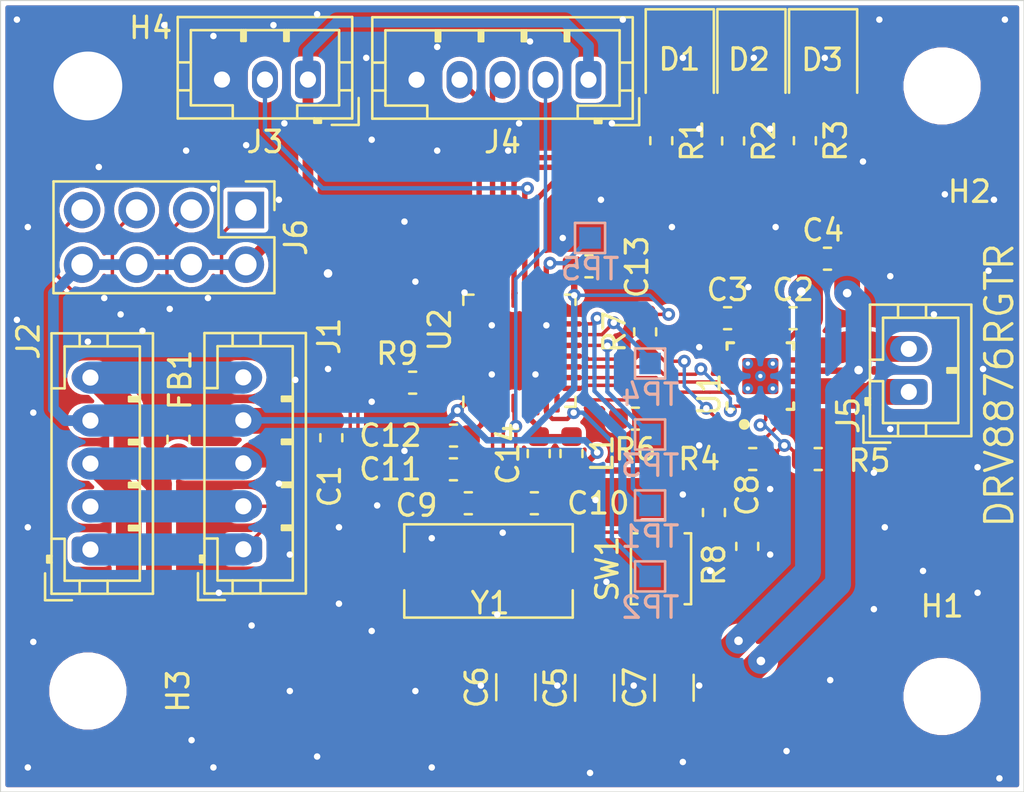
<source format=kicad_pcb>
(kicad_pcb (version 20171130) (host pcbnew "(5.1.6)-1")
  (title_block (title "G.I.S.Mo Dev Board") (date 2020-09-06) (rev 0.1) (company https://github.com/wandrade/gismo) (comment 1 "Werner Thomassen Andrade"))
  (layers (0 F.Cu signal) (31 B.Cu signal) (34 B.Paste user) (35 F.Paste user hide) (36 B.SilkS user) (37 F.SilkS user) (38 B.Mask user) (39 F.Mask user) (44 Edge.Cuts user))
  (net 0 "")
  (net 1 GNDPWR)
  (net 2 +3V3)
  (net 3 "Net-(C2-Pad2)")
  (net 4 "Net-(C3-Pad2)")
  (net 5 "Net-(C3-Pad1)")
  (net 6 GND)
  (net 7 /MCU/~RST)
  (net 8 "Net-(C9-Pad1)")
  (net 9 "Net-(C10-Pad1)")
  (net 10 "Net-(C14-Pad2)")
  (net 11 "Net-(D1-Pad2)")
  (net 12 "Net-(D2-Pad2)")
  (net 13 "Net-(D3-Pad2)")
  (net 14 /SCL)
  (net 15 /SDA)
  (net 16 VCC)
  (net 17 /MCU/PWM_IN)
  (net 18 "Net-(J4-Pad4)")
  (net 19 "Net-(J4-Pad3)")
  (net 20 /MCU/LED_R)
  (net 21 /MCU/LED_G)
  (net 22 /MCU/LED_B)
  (net 23 "Net-(R4-Pad1)")
  (net 24 /DRV/I_Sense)
  (net 25 /MCU/~FAULT)
  (net 26 "Net-(R9-Pad2)")
  (net 27 /DRV/Direction)
  (net 28 /DRV/MotPWM)
  (net 29 /MCU/~SLEEP)
  (net 30 "Net-(J5-Pad2)")
  (net 31 "Net-(J5-Pad1)")
  (net 32 /MCU/AD3)
  (net 33 /MCU/AD2)
  (net 34 /MCU/AD1)
  (net 35 /MCU/AD0)
  (net 36 "Net-(TP1-Pad1)")
  (net 37 "Net-(TP2-Pad1)")
  (net 38 "Net-(TP3-Pad1)")
  (net 39 "Net-(TP4-Pad1)")
  (net 40 "Net-(TP5-Pad1)")
  (module "TI DRV:Texas_Instruments-RGT0016C-0-0-MFG" (layer F.Cu) (at 157.2768 87.9602 90)
    (fp_text reference U1 (at -1.95 -2.375 90) (layer F.SilkS) (effects (justify left)))
    (fp_text value DRV8876RGTR (at -0.4318 11.1252 90) (layer F.SilkS) (effects (font (size 1.27 1.27))))
    (pad ~ thru_hole circle (at 0.58 -0.58 90) (size 0.5 0.5) (drill 0.2) (layers *.Cu))
    (pad ~ thru_hole circle (at -0.58 -0.58 90) (size 0.5 0.5) (drill 0.2) (layers *.Cu))
    (pad ~ thru_hole circle (at 0.58 0.58 90) (size 0.5 0.5) (drill 0.2) (layers *.Cu))
    (pad ~ thru_hole circle (at -0.58 0.58 90) (size 0.5 0.5) (drill 0.2) (layers *.Cu))
    (pad ~ thru_hole circle (at 0 0 90) (size 0.5 0.5) (drill 0.2) (layers *.Cu))
    (pad 17 smd roundrect (at 0 0 90) (size 1.68 1.68) (layers F.Cu F.Mask) (roundrect_rratio 0.0595238095))
    (pad 16 smd roundrect (at -0.749999 -1.400046 90) (size 0.24 0.6) (layers F.Cu F.Paste F.Mask) (roundrect_rratio 0.4166666667) (net 27 /DRV/Direction))
    (pad 15 smd roundrect (at -0.249999 -1.400046 90) (size 0.24 0.6) (layers F.Cu F.Paste F.Mask) (roundrect_rratio 0.4166666667) (net 28 /DRV/MotPWM))
    (pad 14 smd roundrect (at 0.25 -1.400046 90) (size 0.24 0.6) (layers F.Cu F.Paste F.Mask) (roundrect_rratio 0.4166666667) (net 6 GND))
    (pad 13 smd roundrect (at 0.75 -1.400046 90) (size 0.24 0.6) (layers F.Cu F.Paste F.Mask) (roundrect_rratio 0.4166666667) (net 6 GND))
    (pad 8 smd roundrect (at 0.75 1.400047 90) (size 0.24 0.6) (layers F.Cu F.Paste F.Mask) (roundrect_rratio 0.4166666667) (net 30 "Net-(J5-Pad2)"))
    (pad 7 smd roundrect (at 0.25 1.400047 90) (size 0.24 0.6) (layers F.Cu F.Paste F.Mask) (roundrect_rratio 0.4166666667) (net 1 GNDPWR))
    (pad 6 smd roundrect (at -0.249999 1.400047 90) (size 0.24 0.6) (layers F.Cu F.Paste F.Mask) (roundrect_rratio 0.4166666667) (net 31 "Net-(J5-Pad1)"))
    (pad 5 smd roundrect (at -0.749999 1.400047 90) (size 0.24 0.6) (layers F.Cu F.Paste F.Mask) (roundrect_rratio 0.4166666667) (net 6 GND))
    (pad 12 smd roundrect (at 1.400047 -0.749999 90) (size 0.6 0.24) (layers F.Cu F.Paste F.Mask) (roundrect_rratio 0.4166666667) (net 4 "Net-(C3-Pad2)"))
    (pad 11 smd roundrect (at 1.400047 -0.249999 90) (size 0.6 0.24) (layers F.Cu F.Paste F.Mask) (roundrect_rratio 0.4166666667) (net 5 "Net-(C3-Pad1)"))
    (pad 10 smd roundrect (at 1.400047 0.25 90) (size 0.6 0.24) (layers F.Cu F.Paste F.Mask) (roundrect_rratio 0.4166666667) (net 3 "Net-(C2-Pad2)"))
    (pad 9 smd roundrect (at 1.400047 0.75 90) (size 0.6 0.24) (layers F.Cu F.Paste F.Mask) (roundrect_rratio 0.4166666667) (net 16 VCC))
    (pad 4 smd roundrect (at -1.400046 0.75 90) (size 0.6 0.24) (layers F.Cu F.Paste F.Mask) (roundrect_rratio 0.4166666667) (net 24 /DRV/I_Sense))
    (pad 3 smd roundrect (at -1.400046 0.25 90) (size 0.6 0.24) (layers F.Cu F.Paste F.Mask) (roundrect_rratio 0.4166666667) (net 23 "Net-(R4-Pad1)"))
    (pad 2 smd roundrect (at -1.400046 -0.249999 90) (size 0.6 0.24) (layers F.Cu F.Paste F.Mask) (roundrect_rratio 0.4166666667) (net 25 /MCU/~FAULT))
    (pad 1 smd roundrect (at -1.400046 -0.749999 90) (size 0.6 0.24) (layers F.Cu F.Paste F.Mask) (roundrect_rratio 0.4166666667) (net 29 /MCU/~SLEEP))
  )
  (module TestPoint:TestPoint_Pad_1.0x1.0mm (layer B.Cu) (at 149.352 81.534)
    (fp_text reference TP5 (at 0 1.448) (layer B.SilkS) (effects (justify mirror)))
    (fp_text value PA8)
    (pad 1 smd rect (at 0 0) (size 1 1) (layers B.Cu B.Mask) (net 40 "Net-(TP5-Pad1)"))
  )
  (module TestPoint:TestPoint_Pad_1.0x1.0mm (layer B.Cu) (at 152.146 87.376)
    (fp_text reference TP4 (at 0 1.448) (layer B.SilkS) (effects (justify mirror)))
    (fp_text value PA7)
    (pad 1 smd rect (at 0 0) (size 1 1) (layers B.Cu B.Mask) (net 39 "Net-(TP4-Pad1)"))
  )
  (module TestPoint:TestPoint_Pad_1.0x1.0mm (layer B.Cu) (at 152.146 90.678)
    (fp_text reference TP3 (at 0 1.448) (layer B.SilkS) (effects (justify mirror)))
    (fp_text value PA6)
    (pad 1 smd rect (at 0 0) (size 1 1) (layers B.Cu B.Mask) (net 38 "Net-(TP3-Pad1)"))
  )
  (module TestPoint:TestPoint_Pad_1.0x1.0mm (layer B.Cu) (at 152.146 97.282)
    (fp_text reference TP2 (at 0 1.448) (layer B.SilkS) (effects (justify mirror)))
    (fp_text value PA0)
    (pad 1 smd rect (at 0 0) (size 1 1) (layers B.Cu B.Mask) (net 37 "Net-(TP2-Pad1)"))
  )
  (module TestPoint:TestPoint_Pad_1.0x1.0mm (layer B.Cu) (at 152.146 93.98)
    (fp_text reference TP1 (at 0 1.448) (layer B.SilkS) (effects (justify mirror)))
    (fp_text value PB0)
    (pad 1 smd rect (at 0 0) (size 1 1) (layers B.Cu B.Mask) (net 36 "Net-(TP1-Pad1)"))
  )
  (module Connector_PinHeader_2.54mm:PinHeader_2x04_P2.54mm_Vertical (layer F.Cu) (at 133.33476 80.23352 270)
    (fp_text reference J6 (at 1.27 -2.33 90) (layer F.SilkS))
    (fp_text value Conn_02x04_Odd_Even)
    (pad 1 thru_hole rect (at 0 0 270) (size 1.7 1.7) (drill 1) (layers *.Cu *.Mask) (net 35 /MCU/AD0))
    (pad 2 thru_hole oval (at 2.54 0 270) (size 1.7 1.7) (drill 1) (layers *.Cu *.Mask) (net 2 +3V3))
    (pad 3 thru_hole oval (at 0 2.54 270) (size 1.7 1.7) (drill 1) (layers *.Cu *.Mask) (net 34 /MCU/AD1))
    (pad 4 thru_hole oval (at 2.54 2.54 270) (size 1.7 1.7) (drill 1) (layers *.Cu *.Mask) (net 2 +3V3))
    (pad 5 thru_hole oval (at 0 5.08 270) (size 1.7 1.7) (drill 1) (layers *.Cu *.Mask) (net 33 /MCU/AD2))
    (pad 6 thru_hole oval (at 2.54 5.08 270) (size 1.7 1.7) (drill 1) (layers *.Cu *.Mask) (net 2 +3V3))
    (pad 7 thru_hole oval (at 0 7.62 270) (size 1.7 1.7) (drill 1) (layers *.Cu *.Mask) (net 32 /MCU/AD3))
    (pad 8 thru_hole oval (at 2.54 7.62 270) (size 1.7 1.7) (drill 1) (layers *.Cu *.Mask) (net 2 +3V3))
  )
  (module Connector_JST:JST_PH_B5B-PH-K_1x05_P2.00mm_Vertical (layer F.Cu) (at 133.21792 96.01962 90)
    (fp_text reference J1 (at 9.91362 3.99288 90) (layer F.SilkS))
    (fp_text value I2C)
    (pad 1 thru_hole roundrect (at 0 0 90) (size 1.2 1.75) (drill 0.75) (layers *.Cu *.Mask) (roundrect_rratio 0.208333) (net 15 /SDA))
    (pad 2 thru_hole oval (at 2 0 90) (size 1.2 1.75) (drill 0.75) (layers *.Cu *.Mask) (net 14 /SCL))
    (pad 3 thru_hole oval (at 4 0 90) (size 1.2 1.75) (drill 0.75) (layers *.Cu *.Mask) (net 1 GNDPWR))
    (pad 4 thru_hole oval (at 6 0 90) (size 1.2 1.75) (drill 0.75) (layers *.Cu *.Mask) (net 2 +3V3))
    (pad 5 thru_hole oval (at 8 0 90) (size 1.2 1.75) (drill 0.75) (layers *.Cu *.Mask) (net 16 VCC))
  )
  (module Package_DFN_QFN:QFN-32-1EP_5x5mm_P0.5mm_EP3.45x3.45mm (layer F.Cu) (at 146.06524 86.78164 90)
    (fp_text reference U2 (at 0.97028 -3.7084 90) (layer F.SilkS))
    (fp_text value STM32F302K8Ux)
    (pad 33 smd rect (at 0 0 90) (size 3.45 3.45) (layers F.Cu F.Mask) (net 6 GND))
    (pad 32 smd roundrect (at -1.75 -2.4375 90) (size 0.25 0.875) (layers F.Cu F.Paste F.Mask) (net 6 GND))
    (pad 31 smd roundrect (at -1.25 -2.4375 90) (size 0.25 0.875) (layers F.Cu F.Paste F.Mask) (net 26 "Net-(R9-Pad2)"))
    (pad 30 smd roundrect (at -0.75 -2.4375 90) (size 0.25 0.875) (layers F.Cu F.Paste F.Mask) (net 15 /SDA))
    (pad 29 smd roundrect (at -0.25 -2.4375 90) (size 0.25 0.875) (layers F.Cu F.Paste F.Mask) (net 14 /SCL))
    (pad 28 smd roundrect (at 0.25 -2.4375 90) (size 0.25 0.875) (layers F.Cu F.Paste F.Mask) (net 32 /MCU/AD3))
    (pad 27 smd roundrect (at 0.75 -2.4375 90) (size 0.25 0.875) (layers F.Cu F.Paste F.Mask) (net 33 /MCU/AD2))
    (pad 26 smd roundrect (at 1.25 -2.4375 90) (size 0.25 0.875) (layers F.Cu F.Paste F.Mask) (net 34 /MCU/AD1))
    (pad 25 smd roundrect (at 1.75 -2.4375 90) (size 0.25 0.875) (layers F.Cu F.Paste F.Mask) (net 35 /MCU/AD0))
    (pad 24 smd roundrect (at 2.4375 -1.75 90) (size 0.875 0.25) (layers F.Cu F.Paste F.Mask) (net 18 "Net-(J4-Pad4)"))
    (pad 23 smd roundrect (at 2.4375 -1.25 90) (size 0.875 0.25) (layers F.Cu F.Paste F.Mask) (net 19 "Net-(J4-Pad3)"))
    (pad 22 smd roundrect (at 2.4375 -0.75 90) (size 0.875 0.25) (layers F.Cu F.Paste F.Mask) (net 20 /MCU/LED_R))
    (pad 21 smd roundrect (at 2.4375 -0.25 90) (size 0.875 0.25) (layers F.Cu F.Paste F.Mask) (net 21 /MCU/LED_G))
    (pad 20 smd roundrect (at 2.4375 0.25 90) (size 0.875 0.25) (layers F.Cu F.Paste F.Mask) (net 17 /MCU/PWM_IN))
    (pad 19 smd roundrect (at 2.4375 0.75 90) (size 0.875 0.25) (layers F.Cu F.Paste F.Mask) (net 22 /MCU/LED_B))
    (pad 18 smd roundrect (at 2.4375 1.25 90) (size 0.875 0.25) (layers F.Cu F.Paste F.Mask) (net 40 "Net-(TP5-Pad1)"))
    (pad 17 smd roundrect (at 2.4375 1.75 90) (size 0.875 0.25) (layers F.Cu F.Paste F.Mask) (net 2 +3V3))
    (pad 16 smd roundrect (at 1.75 2.4375 90) (size 0.25 0.875) (layers F.Cu F.Paste F.Mask) (net 6 GND))
    (pad 15 smd roundrect (at 1.25 2.4375 90) (size 0.25 0.875) (layers F.Cu F.Paste F.Mask) (net 36 "Net-(TP1-Pad1)"))
    (pad 14 smd roundrect (at 0.75 2.4375 90) (size 0.25 0.875) (layers F.Cu F.Paste F.Mask) (net 39 "Net-(TP4-Pad1)"))
    (pad 13 smd roundrect (at 0.25 2.4375 90) (size 0.25 0.875) (layers F.Cu F.Paste F.Mask) (net 38 "Net-(TP3-Pad1)"))
    (pad 12 smd roundrect (at -0.25 2.4375 90) (size 0.25 0.875) (layers F.Cu F.Paste F.Mask) (net 25 /MCU/~FAULT))
    (pad 11 smd roundrect (at -0.75 2.4375 90) (size 0.25 0.875) (layers F.Cu F.Paste F.Mask) (net 29 /MCU/~SLEEP))
    (pad 10 smd roundrect (at -1.25 2.4375 90) (size 0.25 0.875) (layers F.Cu F.Paste F.Mask) (net 28 /DRV/MotPWM))
    (pad 9 smd roundrect (at -1.75 2.4375 90) (size 0.25 0.875) (layers F.Cu F.Paste F.Mask) (net 27 /DRV/Direction))
    (pad 8 smd roundrect (at -2.4375 1.75 90) (size 0.875 0.25) (layers F.Cu F.Paste F.Mask) (net 24 /DRV/I_Sense))
    (pad 7 smd roundrect (at -2.4375 1.25 90) (size 0.875 0.25) (layers F.Cu F.Paste F.Mask) (net 37 "Net-(TP2-Pad1)"))
    (pad 6 smd roundrect (at -2.4375 0.75 90) (size 0.875 0.25) (layers F.Cu F.Paste F.Mask) (net 6 GND))
    (pad 5 smd roundrect (at -2.4375 0.25 90) (size 0.875 0.25) (layers F.Cu F.Paste F.Mask) (net 10 "Net-(C14-Pad2)"))
    (pad 4 smd roundrect (at -2.4375 -0.25 90) (size 0.875 0.25) (layers F.Cu F.Paste F.Mask) (net 7 /MCU/~RST))
    (pad 3 smd roundrect (at -2.4375 -0.75 90) (size 0.875 0.25) (layers F.Cu F.Paste F.Mask) (net 9 "Net-(C10-Pad1)"))
    (pad 2 smd roundrect (at -2.4375 -1.25 90) (size 0.875 0.25) (layers F.Cu F.Paste F.Mask) (net 8 "Net-(C9-Pad1)"))
    (pad 1 smd roundrect (at -2.4375 -1.75 90) (size 0.875 0.25) (layers F.Cu F.Paste F.Mask) (net 2 +3V3))
  )
  (module Crystal:Crystal_SMD_ECS_CSM3X-2Pin_7.6x4.1mm (layer F.Cu) (at 144.6276 97.028)
    (fp_text reference Y1 (at 0.0762 1.4986) (layer F.SilkS))
    (fp_text value 16MHz)
    (pad 2 smd rect (at 2.75 0) (size 3.5 1.2) (layers F.Cu F.Paste F.Mask) (net 9 "Net-(C10-Pad1)"))
    (pad 1 smd rect (at -2.75 0) (size 3.5 1.2) (layers F.Cu F.Paste F.Mask) (net 8 "Net-(C9-Pad1)"))
  )
  (module Button_Switch_SMD:SW_SPST_B3U-1000P (layer F.Cu) (at 152.654 96.9264 90)
    (fp_text reference SW1 (at 0 -2.5 90) (layer F.SilkS))
    (fp_text value RESET)
    (pad 2 smd rect (at 1.7 0 90) (size 0.9 1.7) (layers F.Cu F.Paste F.Mask) (net 7 /MCU/~RST))
    (pad 1 smd rect (at -1.7 0 90) (size 0.9 1.7) (layers F.Cu F.Paste F.Mask) (net 6 GND))
  )
  (module Resistor_SMD:R_0603_1608Metric (layer F.Cu) (at 141.097 88.26754)
    (fp_text reference R9 (at -0.71628 -1.35128) (layer F.SilkS))
    (fp_text value 10k)
    (pad 2 smd roundrect (at 0.7875 0) (size 0.875 0.95) (layers F.Cu F.Paste F.Mask) (net 26 "Net-(R9-Pad2)"))
    (pad 1 smd roundrect (at -0.7875 0) (size 0.875 0.95) (layers F.Cu F.Paste F.Mask) (net 6 GND))
  )
  (module Resistor_SMD:R_0603_1608Metric (layer F.Cu) (at 155.1178 94.3102 270)
    (fp_text reference R8 (at 2.4384 0 90) (layer F.SilkS))
    (fp_text value 10k)
    (pad 2 smd roundrect (at 0.7875 0 270) (size 0.875 0.95) (layers F.Cu F.Paste F.Mask) (net 7 /MCU/~RST))
    (pad 1 smd roundrect (at -0.7875 0 270) (size 0.875 0.95) (layers F.Cu F.Paste F.Mask) (net 2 +3V3))
  )
  (module Resistor_SMD:R_0603_1608Metric (layer F.Cu) (at 151.9174 85.9028 90)
    (fp_text reference R7 (at 0 -1.43 90) (layer F.SilkS))
    (fp_text value 10K)
    (pad 2 smd roundrect (at 0.7875 0 90) (size 0.875 0.95) (layers F.Cu F.Paste F.Mask) (net 2 +3V3))
    (pad 1 smd roundrect (at -0.7875 0 90) (size 0.875 0.95) (layers F.Cu F.Paste F.Mask) (net 25 /MCU/~FAULT))
  )
  (module Resistor_SMD:R_0603_1608Metric (layer F.Cu) (at 151.4602 89.9414 180)
    (fp_text reference R6 (at 0 -1.43) (layer F.SilkS))
    (fp_text value 2K)
    (pad 2 smd roundrect (at 0.7875 0 180) (size 0.875 0.95) (layers F.Cu F.Paste F.Mask) (net 24 /DRV/I_Sense))
    (pad 1 smd roundrect (at -0.7875 0 180) (size 0.875 0.95) (layers F.Cu F.Paste F.Mask) (net 6 GND))
  )
  (module Resistor_SMD:R_0603_1608Metric (layer F.Cu) (at 159.9692 91.821 180)
    (fp_text reference R5 (at -2.3876 -0.0762) (layer F.SilkS))
    (fp_text value 50K)
    (pad 2 smd roundrect (at 0.7875 0 180) (size 0.875 0.95) (layers F.Cu F.Paste F.Mask) (net 23 "Net-(R4-Pad1)"))
    (pad 1 smd roundrect (at -0.7875 0 180) (size 0.875 0.95) (layers F.Cu F.Paste F.Mask) (net 6 GND))
  )
  (module Resistor_SMD:R_0603_1608Metric (layer F.Cu) (at 156.9212 91.821 180)
    (fp_text reference R4 (at 2.4892 0) (layer F.SilkS))
    (fp_text value 1.5K)
    (pad 2 smd roundrect (at 0.7875 0 180) (size 0.875 0.95) (layers F.Cu F.Paste F.Mask) (net 2 +3V3))
    (pad 1 smd roundrect (at -0.7875 0 180) (size 0.875 0.95) (layers F.Cu F.Paste F.Mask) (net 23 "Net-(R4-Pad1)"))
  )
  (module Resistor_SMD:R_0603_1608Metric (layer F.Cu) (at 159.34944 77.00782 270)
    (fp_text reference R3 (at 0 -1.43 90) (layer F.SilkS))
    (fp_text value 100R)
    (pad 2 smd roundrect (at 0.7875 0 270) (size 0.875 0.95) (layers F.Cu F.Paste F.Mask) (net 22 /MCU/LED_B))
    (pad 1 smd roundrect (at -0.7875 0 270) (size 0.875 0.95) (layers F.Cu F.Paste F.Mask) (net 13 "Net-(D3-Pad2)"))
  )
  (module Resistor_SMD:R_0603_1608Metric (layer F.Cu) (at 156.00934 77.01788 270)
    (fp_text reference R2 (at 0 -1.43 90) (layer F.SilkS))
    (fp_text value 100R)
    (pad 2 smd roundrect (at 0.7875 0 270) (size 0.875 0.95) (layers F.Cu F.Paste F.Mask) (net 21 /MCU/LED_G))
    (pad 1 smd roundrect (at -0.7875 0 270) (size 0.875 0.95) (layers F.Cu F.Paste F.Mask) (net 12 "Net-(D2-Pad2)"))
  )
  (module Resistor_SMD:R_0603_1608Metric (layer F.Cu) (at 152.6667 77.00772 270)
    (fp_text reference R1 (at 0 -1.43 90) (layer F.SilkS))
    (fp_text value 100R)
    (pad 2 smd roundrect (at 0.7875 0 270) (size 0.875 0.95) (layers F.Cu F.Paste F.Mask) (net 20 /MCU/LED_R))
    (pad 1 smd roundrect (at -0.7875 0 270) (size 0.875 0.95) (layers F.Cu F.Paste F.Mask) (net 11 "Net-(D1-Pad2)"))
  )
  (module Inductor_SMD:L_0603_1608Metric (layer F.Cu) (at 148.4884 91.567 270)
    (fp_text reference L1 (at 0 -1.43 90) (layer F.SilkS))
    (fp_text value 22uh)
    (pad 2 smd roundrect (at 0.7875 0 270) (size 0.875 0.95) (layers F.Cu F.Paste F.Mask) (net 2 +3V3))
    (pad 1 smd roundrect (at -0.7875 0 270) (size 0.875 0.95) (layers F.Cu F.Paste F.Mask) (net 10 "Net-(C14-Pad2)"))
  )
  (module Connector_JST:JST_PH_B2B-PH-K_1x02_P2.00mm_Vertical (layer F.Cu) (at 164.1856 88.6968 90)
    (fp_text reference J5 (at -1.0922 -2.8194 90) (layer F.SilkS))
    (fp_text value Conn_01x02)
    (pad 1 thru_hole roundrect (at 0 0 90) (size 1.2 1.75) (drill 0.75) (layers *.Cu *.Mask) (roundrect_rratio 0.208333) (net 31 "Net-(J5-Pad1)"))
    (pad 2 thru_hole oval (at 2 0 90) (size 1.2 1.75) (drill 0.75) (layers *.Cu *.Mask) (net 30 "Net-(J5-Pad2)"))
  )
  (module Connector_JST:JST_PH_B5B-PH-K_1x05_P2.00mm_Vertical (layer F.Cu) (at 149.27834 74.17308 180)
    (fp_text reference J4 (at 4 -2.9) (layer F.SilkS))
    (fp_text value DEBUG)
    (pad 5 thru_hole oval (at 8 0 180) (size 1.2 1.75) (drill 0.75) (layers *.Cu *.Mask) (net 6 GND))
    (pad 4 thru_hole oval (at 6 0 180) (size 1.2 1.75) (drill 0.75) (layers *.Cu *.Mask) (net 18 "Net-(J4-Pad4)"))
    (pad 3 thru_hole oval (at 4 0 180) (size 1.2 1.75) (drill 0.75) (layers *.Cu *.Mask) (net 19 "Net-(J4-Pad3)"))
    (pad 2 thru_hole oval (at 2 0 180) (size 1.2 1.75) (drill 0.75) (layers *.Cu *.Mask) (net 7 /MCU/~RST))
    (pad 1 thru_hole roundrect (at 0 0 180) (size 1.2 1.75) (drill 0.75) (layers *.Cu *.Mask) (roundrect_rratio 0.208333) (net 2 +3V3))
  )
  (module Connector_JST:JST_PH_B3B-PH-K_1x03_P2.00mm_Vertical (layer F.Cu) (at 136.22528 74.16292 180)
    (fp_text reference J3 (at 2 -2.9) (layer F.SilkS))
    (fp_text value Position)
    (pad 3 thru_hole oval (at 4 0 180) (size 1.2 1.75) (drill 0.75) (layers *.Cu *.Mask) (net 6 GND))
    (pad 2 thru_hole oval (at 2 0 180) (size 1.2 1.75) (drill 0.75) (layers *.Cu *.Mask) (net 17 /MCU/PWM_IN))
    (pad 1 thru_hole roundrect (at 0 0 180) (size 1.2 1.75) (drill 0.75) (layers *.Cu *.Mask) (roundrect_rratio 0.208333) (net 2 +3V3))
  )
  (module Connector_JST:JST_PH_B5B-PH-K_1x05_P2.00mm_Vertical (layer F.Cu) (at 126.102241 96.031279 90)
    (fp_text reference J2 (at 9.696679 -2.886841 90) (layer F.SilkS))
    (fp_text value I2C)
    (pad 1 thru_hole roundrect (at 0 0 90) (size 1.2 1.75) (drill 0.75) (layers *.Cu *.Mask) (roundrect_rratio 0.208333) (net 15 /SDA))
    (pad 2 thru_hole oval (at 2 0 90) (size 1.2 1.75) (drill 0.75) (layers *.Cu *.Mask) (net 14 /SCL))
    (pad 3 thru_hole oval (at 4 0 90) (size 1.2 1.75) (drill 0.75) (layers *.Cu *.Mask) (net 1 GNDPWR))
    (pad 4 thru_hole oval (at 6 0 90) (size 1.2 1.75) (drill 0.75) (layers *.Cu *.Mask) (net 2 +3V3))
    (pad 5 thru_hole oval (at 8 0 90) (size 1.2 1.75) (drill 0.75) (layers *.Cu *.Mask) (net 16 VCC))
  )
  (module MountingHole:MountingHole_3.2mm_M3_DIN965_Pad (layer F.Cu) (at 125.984 74.4601)
    (fp_text reference H4 (at 2.921 -2.7051) (layer F.SilkS))
    (fp_text value MountingHole_Pad)
    (pad 1 thru_hole circle (at 0 0) (size 5.6 5.6) (drill 3.2) (layers *.Cu *.Mask) (net 6 GND))
  )
  (module MountingHole:MountingHole_3.2mm_M3 (layer F.Cu) (at 125.984 102.616 270)
    (fp_text reference H3 (at 0 -4.2 90) (layer F.SilkS))
    (fp_text value MountingHole)
    (pad 1 np_thru_hole circle (at 0 0 270) (size 3.2 3.2) (drill 3.2) (layers *.Cu *.Mask))
  )
  (module MountingHole:MountingHole_3.2mm_M3 (layer F.Cu) (at 165.735 74.4601)
    (fp_text reference H2 (at 1.27 4.9149) (layer F.SilkS))
    (fp_text value MountingHole)
    (pad 1 np_thru_hole circle (at 0 0) (size 3.2 3.2) (drill 3.2) (layers *.Cu *.Mask))
  )
  (module MountingHole:MountingHole_3.2mm_M3 (layer F.Cu) (at 165.735 102.87)
    (fp_text reference H1 (at 0 -4.2) (layer F.SilkS))
    (fp_text value MountingHole)
    (pad 1 np_thru_hole circle (at 0 0) (size 3.2 3.2) (drill 3.2) (layers *.Cu *.Mask))
  )
  (module Resistor_SMD:R_0603_1608Metric (layer F.Cu) (at 130.2004 90.9066 270)
    (fp_text reference FB1 (at -2.7686 -0.0762 90) (layer F.SilkS))
    (fp_text value 600ohm)
    (pad 2 smd roundrect (at 0.7875 0 270) (size 0.875 0.95) (layers F.Cu F.Paste F.Mask) (net 1 GNDPWR))
    (pad 1 smd roundrect (at -0.7875 0 270) (size 0.875 0.95) (layers F.Cu F.Paste F.Mask) (net 6 GND))
  )
  (module LED_SMD:LED_1210_3225Metric (layer F.Cu) (at 160.1978 73.17486 270)
    (fp_text reference D3 (at 0.06604 0.04318 180) (layer F.SilkS))
    (fp_text value B)
    (pad 2 smd roundrect (at 1.4 0 270) (size 1.25 2.65) (layers F.Cu F.Paste F.Mask) (roundrect_rratio 0.2) (net 13 "Net-(D3-Pad2)"))
    (pad 1 smd roundrect (at -1.4 0 270) (size 1.25 2.65) (layers F.Cu F.Paste F.Mask) (roundrect_rratio 0.2) (net 6 GND))
  )
  (module LED_SMD:LED_1210_3225Metric (layer F.Cu) (at 156.86278 73.17486 270)
    (fp_text reference D2 (at 0.05588 0.11684 180) (layer F.SilkS))
    (fp_text value G)
    (pad 2 smd roundrect (at 1.4 0 270) (size 1.25 2.65) (layers F.Cu F.Paste F.Mask) (roundrect_rratio 0.2) (net 12 "Net-(D2-Pad2)"))
    (pad 1 smd roundrect (at -1.4 0 270) (size 1.25 2.65) (layers F.Cu F.Paste F.Mask) (roundrect_rratio 0.2) (net 6 GND))
  )
  (module LED_SMD:LED_1210_3225Metric (layer F.Cu) (at 153.52776 73.1774 270)
    (fp_text reference D1 (at 0.04318 0.01524 180) (layer F.SilkS))
    (fp_text value R)
    (pad 2 smd roundrect (at 1.4 0 270) (size 1.25 2.65) (layers F.Cu F.Paste F.Mask) (roundrect_rratio 0.2) (net 11 "Net-(D1-Pad2)"))
    (pad 1 smd roundrect (at -1.4 0 270) (size 1.25 2.65) (layers F.Cu F.Paste F.Mask) (roundrect_rratio 0.2) (net 6 GND))
  )
  (module Capacitor_SMD:C_0603_1608Metric (layer F.Cu) (at 146.9644 91.567 90)
    (fp_text reference C14 (at 0 -1.43 90) (layer F.SilkS))
    (fp_text value 10nF)
    (pad 2 smd roundrect (at 0.7875 0 90) (size 0.875 0.95) (layers F.Cu F.Paste F.Mask) (net 10 "Net-(C14-Pad2)"))
    (pad 1 smd roundrect (at -0.7875 0 90) (size 0.875 0.95) (layers F.Cu F.Paste F.Mask) (net 6 GND))
  )
  (module Capacitor_SMD:C_0603_1608Metric (layer F.Cu) (at 149.3012 82.8548 180)
    (fp_text reference C13 (at -2.2352 -0.0254 90) (layer F.SilkS))
    (fp_text value 10nF)
    (pad 2 smd roundrect (at 0.7875 0 180) (size 0.875 0.95) (layers F.Cu F.Paste F.Mask) (net 2 +3V3))
    (pad 1 smd roundrect (at -0.7875 0 180) (size 0.875 0.95) (layers F.Cu F.Paste F.Mask) (net 6 GND))
  )
  (module Capacitor_SMD:C_0603_1608Metric (layer F.Cu) (at 142.99946 90.7288)
    (fp_text reference C12 (at -2.93878 0) (layer F.SilkS))
    (fp_text value 10nF)
    (pad 2 smd roundrect (at 0.7875 0) (size 0.875 0.95) (layers F.Cu F.Paste F.Mask) (net 2 +3V3))
    (pad 1 smd roundrect (at -0.7875 0) (size 0.875 0.95) (layers F.Cu F.Paste F.Mask) (net 6 GND))
  )
  (module Capacitor_SMD:C_0603_1608Metric (layer F.Cu) (at 142.99438 92.29852)
    (fp_text reference C11 (at -2.9337 0) (layer F.SilkS))
    (fp_text value 4.7uF)
    (pad 2 smd roundrect (at 0.7875 0) (size 0.875 0.95) (layers F.Cu F.Paste F.Mask) (net 2 +3V3))
    (pad 1 smd roundrect (at -0.7875 0) (size 0.875 0.95) (layers F.Cu F.Paste F.Mask) (net 6 GND))
  )
  (module Capacitor_SMD:C_0603_1608Metric (layer F.Cu) (at 146.7612 93.8784)
    (fp_text reference C10 (at 2.9719 0) (layer F.SilkS))
    (fp_text value 10pF)
    (pad 2 smd roundrect (at 0.7875 0) (size 0.875 0.95) (layers F.Cu F.Paste F.Mask) (net 6 GND))
    (pad 1 smd roundrect (at -0.7875 0) (size 0.875 0.95) (layers F.Cu F.Paste F.Mask) (net 9 "Net-(C10-Pad1)"))
  )
  (module Capacitor_SMD:C_0603_1608Metric (layer F.Cu) (at 143.6879 93.8784 180)
    (fp_text reference C9 (at 2.413 -0.1016) (layer F.SilkS))
    (fp_text value 10pF)
    (pad 2 smd roundrect (at 0.7875 0 180) (size 0.875 0.95) (layers F.Cu F.Paste F.Mask) (net 6 GND))
    (pad 1 smd roundrect (at -0.7875 0 180) (size 0.875 0.95) (layers F.Cu F.Paste F.Mask) (net 8 "Net-(C9-Pad1)"))
  )
  (module Capacitor_SMD:C_0603_1608Metric (layer F.Cu) (at 156.6672 95.885 270)
    (fp_text reference C8 (at -2.3876 0 90) (layer F.SilkS))
    (fp_text value 10nF)
    (pad 1 smd roundrect (at -0.7875 0 270) (size 0.875 0.95) (layers F.Cu F.Paste F.Mask) (net 7 /MCU/~RST))
    (pad 2 smd roundrect (at 0.7875 0 270) (size 0.875 0.95) (layers F.Cu F.Paste F.Mask) (net 6 GND))
  )
  (module Capacitor_SMD:C_1206_3216Metric (layer F.Cu) (at 153.2636 102.4636 90)
    (fp_text reference C7 (at 0 -1.82 90) (layer F.SilkS))
    (fp_text value 47uF)
    (pad 2 smd roundrect (at 1.4 0 90) (size 1.25 1.75) (layers F.Cu F.Paste F.Mask) (roundrect_rratio 0.2) (net 16 VCC))
    (pad 1 smd roundrect (at -1.4 0 90) (size 1.25 1.75) (layers F.Cu F.Paste F.Mask) (roundrect_rratio 0.2) (net 1 GNDPWR))
  )
  (module Capacitor_SMD:C_1206_3216Metric (layer F.Cu) (at 145.8976 102.4382 90)
    (fp_text reference C6 (at 0 -1.82 90) (layer F.SilkS))
    (fp_text value 47uF)
    (pad 2 smd roundrect (at 1.4 0 90) (size 1.25 1.75) (layers F.Cu F.Paste F.Mask) (roundrect_rratio 0.2) (net 16 VCC))
    (pad 1 smd roundrect (at -1.4 0 90) (size 1.25 1.75) (layers F.Cu F.Paste F.Mask) (roundrect_rratio 0.2) (net 1 GNDPWR))
  )
  (module Capacitor_SMD:C_1206_3216Metric (layer F.Cu) (at 149.567361 102.467559 90)
    (fp_text reference C5 (at 0 -1.82 90) (layer F.SilkS))
    (fp_text value 47uF)
    (pad 2 smd roundrect (at 1.4 0 90) (size 1.25 1.75) (layers F.Cu F.Paste F.Mask) (roundrect_rratio 0.2) (net 16 VCC))
    (pad 1 smd roundrect (at -1.4 0 90) (size 1.25 1.75) (layers F.Cu F.Paste F.Mask) (roundrect_rratio 0.2) (net 1 GNDPWR))
  )
  (module Capacitor_SMD:C_0603_1608Metric (layer F.Cu) (at 160.401 82.4992 180)
    (fp_text reference C4 (at 0.2032 1.3208) (layer F.SilkS))
    (fp_text value 0.1uF)
    (pad 2 smd roundrect (at 0.7875 0 180) (size 0.875 0.95) (layers F.Cu F.Paste F.Mask) (net 16 VCC))
    (pad 1 smd roundrect (at -0.7875 0 180) (size 0.875 0.95) (layers F.Cu F.Paste F.Mask) (net 1 GNDPWR))
  )
  (module Capacitor_SMD:C_0603_1608Metric (layer F.Cu) (at 155.7528 85.2678 180)
    (fp_text reference C3 (at 0 1.3208) (layer F.SilkS))
    (fp_text value 0.022uf)
    (pad 2 smd roundrect (at 0.7875 0 180) (size 0.875 0.95) (layers F.Cu F.Paste F.Mask) (net 4 "Net-(C3-Pad2)"))
    (pad 1 smd roundrect (at -0.7875 0 180) (size 0.875 0.95) (layers F.Cu F.Paste F.Mask) (net 5 "Net-(C3-Pad1)"))
  )
  (module Capacitor_SMD:C_0603_1608Metric (layer F.Cu) (at 158.8008 85.2678 180)
    (fp_text reference C2 (at 0 1.3208) (layer F.SilkS))
    (fp_text value 0.1uF)
    (pad 2 smd roundrect (at 0.7875 0 180) (size 0.875 0.95) (layers F.Cu F.Paste F.Mask) (net 3 "Net-(C2-Pad2)"))
    (pad 1 smd roundrect (at -0.7875 0 180) (size 0.875 0.95) (layers F.Cu F.Paste F.Mask) (net 16 VCC))
  )
  (module Capacitor_SMD:C_0603_1608Metric (layer F.Cu) (at 137.3124 90.8304 270)
    (fp_text reference C1 (at 2.2606 0.0762 90) (layer F.SilkS))
    (fp_text value 100uf)
    (pad 2 smd roundrect (at 0.7875 0 270) (size 0.875 0.95) (layers F.Cu F.Paste F.Mask) (net 1 GNDPWR))
    (pad 1 smd roundrect (at -0.7875 0 270) (size 0.875 0.95) (layers F.Cu F.Paste F.Mask) (net 2 +3V3))
  )
  (gr_line (start 169.545 70.485) (end 122.555 70.485) (layer Edge.Cuts) (width 0.05))
  (gr_line (start 169.545 107.315) (end 169.545 70.485) (layer Edge.Cuts) (width 0.05))
  (gr_line (start 121.92 107.315) (end 169.545 107.315) (layer Edge.Cuts) (width 0.05))
  (gr_line (start 121.92 70.485) (end 122.555 70.485) (layer Edge.Cuts) (width 0.05))
  (gr_line (start 121.92 107.315) (end 121.92 70.485) (layer Edge.Cuts) (width 0.05))
  (segment (start 133.206261 92.031279) (end 133.21792 92.01962) (width 1.5) (layer B.Cu) (net 1))
  (segment (start 126.102241 92.031279) (end 133.206261 92.031279) (width 1.5) (layer B.Cu) (net 1))
  (segment (start 133.1972 91.9989) (end 133.21792 92.01962) (width 0.5) (layer F.Cu) (net 1))
  (segment (start 126.357154 92.031279) (end 127.889 93.563125) (width 1.2) (layer F.Cu) (net 1))
  (segment (start 126.102241 92.031279) (end 126.357154 92.031279) (width 1.2) (layer F.Cu) (net 1))
  (segment (start 127.889 93.563125) (end 127.889 98.2726) (width 1.2) (layer F.Cu) (net 1))
  (segment (start 133.48 103.8636) (end 153.2636 103.8636) (width 1.2) (layer F.Cu) (net 1))
  (segment (start 127.889 98.2726) (end 133.48 103.8636) (width 1.2) (layer F.Cu) (net 1))
  (segment (start 130.52592 92.01962) (end 130.2004 91.6941) (width 1.2) (layer F.Cu) (net 1))
  (segment (start 133.21792 92.01962) (end 130.52592 92.01962) (width 1.2) (layer F.Cu) (net 1))
  (segment (start 133.61964 91.6179) (end 133.21792 92.01962) (width 1.2) (layer F.Cu) (net 1))
  (segment (start 137.3124 91.6179) (end 133.61964 91.6179) (width 1.2) (layer F.Cu) (net 1))
  (via (at 161.8488 87.6808) (size 0.8) (drill 0.4) (layers F.Cu B.Cu) (net 1))
  (segment (start 158.676847 87.7102) (end 161.8194 87.7102) (width 0.3) (layer F.Cu) (net 1))
  (segment (start 161.8194 87.7102) (end 161.8488 87.6808) (width 0.3) (layer F.Cu) (net 1))
  (segment (start 154.656312 103.8636) (end 156.056303 102.463609) (width 1.2) (layer F.Cu) (net 1))
  (segment (start 153.2636 103.8636) (end 154.656312 103.8636) (width 1.2) (layer F.Cu) (net 1))
  (segment (start 156.056303 102.463609) (end 157.300912 101.219) (width 1.2) (layer F.Cu) (net 1))
  (via (at 157.3022 101.219) (size 0.8) (drill 0.4) (layers F.Cu B.Cu) (net 1))
  (segment (start 157.300912 101.219) (end 157.3022 101.219) (width 1.2) (layer F.Cu) (net 1))
  (segment (start 157.3022 101.219) (end 160.894411 97.626789) (width 1.2) (layer B.Cu) (net 1))
  (segment (start 160.894411 88.635189) (end 161.8488 87.6808) (width 1.2) (layer B.Cu) (net 1))
  (segment (start 160.894411 97.626789) (end 160.894411 88.635189) (width 1.2) (layer B.Cu) (net 1))
  (via (at 161.3154 84.0994) (size 0.8) (drill 0.4) (layers F.Cu B.Cu) (net 1))
  (segment (start 161.8488 87.6808) (end 161.8488 84.6328) (width 1.2) (layer B.Cu) (net 1))
  (segment (start 161.8488 84.6328) (end 161.3154 84.0994) (width 1.2) (layer B.Cu) (net 1))
  (segment (start 161.3154 82.6261) (end 161.1885 82.4992) (width 1.2) (layer F.Cu) (net 1))
  (segment (start 161.3154 84.0994) (end 161.3154 82.6261) (width 1.2) (layer F.Cu) (net 1))
  (segment (start 126.102241 90.031279) (end 124.930879 90.031279) (width 0.5) (layer B.Cu) (net 2))
  (segment (start 124.930879 90.031279) (end 124.37872 89.47912) (width 0.5) (layer B.Cu) (net 2))
  (segment (start 124.37872 84.10956) (end 125.71476 82.77352) (width 0.5) (layer B.Cu) (net 2))
  (segment (start 124.37872 89.47912) (end 124.37872 84.10956) (width 0.5) (layer B.Cu) (net 2))
  (segment (start 125.71476 82.77352) (end 133.33476 82.77352) (width 0.5) (layer B.Cu) (net 2))
  (segment (start 136.22528 74.16292) (end 136.22528 72.8472) (width 0.5) (layer B.Cu) (net 2))
  (segment (start 136.22528 72.8472) (end 137.58672 71.48576) (width 0.5) (layer B.Cu) (net 2))
  (segment (start 137.58672 71.48576) (end 148.16836 71.48576) (width 0.5) (layer B.Cu) (net 2))
  (segment (start 149.27834 72.59574) (end 149.27834 74.17308) (width 0.5) (layer B.Cu) (net 2))
  (segment (start 148.16836 71.48576) (end 149.27834 72.59574) (width 0.5) (layer B.Cu) (net 2))
  (segment (start 144.31524 90.20052) (end 143.78696 90.7288) (width 0.25) (layer F.Cu) (net 2))
  (segment (start 144.31524 89.21914) (end 144.31524 90.20052) (width 0.25) (layer F.Cu) (net 2))
  (segment (start 143.78188 90.73388) (end 143.78696 90.7288) (width 0.25) (layer F.Cu) (net 2))
  (segment (start 143.78188 92.29852) (end 143.78188 90.73388) (width 0.25) (layer F.Cu) (net 2))
  (segment (start 147.81524 83.55326) (end 148.5137 82.8548) (width 0.25) (layer F.Cu) (net 2))
  (segment (start 147.81524 84.34414) (end 147.81524 83.55326) (width 0.25) (layer F.Cu) (net 2))
  (via (at 143.1798 89.5604) (size 0.6) (drill 0.3) (layers F.Cu B.Cu) (net 2))
  (segment (start 144.31524 89.21914) (end 143.52106 89.21914) (width 0.3) (layer F.Cu) (net 2))
  (segment (start 143.52106 89.21914) (end 143.1798 89.5604) (width 0.3) (layer F.Cu) (net 2))
  (via (at 148.6154 84.201) (size 0.6) (drill 0.3) (layers F.Cu B.Cu) (net 2))
  (segment (start 146.207241 90.947001) (end 148.6154 88.538842) (width 0.3) (layer B.Cu) (net 2))
  (segment (start 143.1798 89.5604) (end 144.566401 90.947001) (width 0.3) (layer B.Cu) (net 2))
  (segment (start 148.6154 88.538842) (end 148.6154 84.201) (width 0.3) (layer B.Cu) (net 2))
  (segment (start 144.566401 90.947001) (end 146.207241 90.947001) (width 0.3) (layer B.Cu) (net 2))
  (segment (start 148.6154 82.9565) (end 148.5137 82.8548) (width 0.3) (layer F.Cu) (net 2))
  (segment (start 148.6154 84.201) (end 148.6154 82.9565) (width 0.3) (layer F.Cu) (net 2))
  (segment (start 153.9496 92.3545) (end 155.1178 93.5227) (width 0.3) (layer F.Cu) (net 2))
  (segment (start 148.4884 92.3545) (end 153.9496 92.3545) (width 0.3) (layer F.Cu) (net 2))
  (via (at 149.6822 91.5162) (size 0.6) (drill 0.3) (layers F.Cu B.Cu) (net 2))
  (segment (start 148.4884 92.3545) (end 148.8439 92.3545) (width 0.3) (layer F.Cu) (net 2))
  (segment (start 148.8439 92.3545) (end 149.6822 91.5162) (width 0.3) (layer F.Cu) (net 2))
  (segment (start 149.113001 90.947001) (end 146.207241 90.947001) (width 0.3) (layer B.Cu) (net 2))
  (segment (start 149.6822 91.5162) (end 149.113001 90.947001) (width 0.3) (layer B.Cu) (net 2))
  (via (at 153.0096 85.09) (size 0.6) (drill 0.3) (layers F.Cu B.Cu) (net 2))
  (segment (start 148.6154 84.201) (end 152.1206 84.201) (width 0.16) (layer B.Cu) (net 2))
  (segment (start 152.1206 84.201) (end 153.0096 85.09) (width 0.16) (layer B.Cu) (net 2))
  (segment (start 151.9427 85.09) (end 151.9174 85.1153) (width 0.16) (layer F.Cu) (net 2))
  (segment (start 153.0096 85.09) (end 151.9427 85.09) (width 0.16) (layer F.Cu) (net 2))
  (segment (start 155.1178 93.5227) (end 155.7783 93.5227) (width 0.16) (layer F.Cu) (net 2))
  (segment (start 156.1337 93.1673) (end 156.1337 91.821) (width 0.16) (layer F.Cu) (net 2))
  (segment (start 155.7783 93.5227) (end 156.1337 93.1673) (width 0.16) (layer F.Cu) (net 2))
  (segment (start 136.22528 79.883) (end 136.22528 74.16292) (width 0.5) (layer F.Cu) (net 2))
  (segment (start 133.33476 82.77352) (end 136.22528 79.883) (width 0.5) (layer F.Cu) (net 2))
  (segment (start 133.206261 90.031279) (end 133.21792 90.01962) (width 1.5) (layer B.Cu) (net 2))
  (segment (start 126.102241 90.031279) (end 133.206261 90.031279) (width 1.5) (layer B.Cu) (net 2))
  (segment (start 133.2412 90.0429) (end 133.21792 90.01962) (width 1.2) (layer F.Cu) (net 2))
  (segment (start 137.3124 90.0429) (end 133.2412 90.0429) (width 1.2) (layer F.Cu) (net 2))
  (segment (start 142.72058 90.01962) (end 143.1798 89.5604) (width 0.3) (layer B.Cu) (net 2))
  (segment (start 133.21792 90.01962) (end 142.72058 90.01962) (width 0.3) (layer B.Cu) (net 2))
  (segment (start 157.5268 85.7543) (end 158.0133 85.2678) (width 0.16) (layer F.Cu) (net 3))
  (segment (start 157.5268 86.560153) (end 157.5268 85.7543) (width 0.16) (layer F.Cu) (net 3))
  (segment (start 156.526801 86.560153) (end 155.343353 86.560153) (width 0.16) (layer F.Cu) (net 4))
  (segment (start 154.9653 86.1821) (end 154.9653 85.2678) (width 0.16) (layer F.Cu) (net 4))
  (segment (start 155.343353 86.560153) (end 154.9653 86.1821) (width 0.16) (layer F.Cu) (net 4))
  (segment (start 157.026801 85.754301) (end 156.5403 85.2678) (width 0.16) (layer F.Cu) (net 5))
  (segment (start 157.026801 86.560153) (end 157.026801 85.754301) (width 0.16) (layer F.Cu) (net 5))
  (via (at 144.78 87.884) (size 0.6) (drill 0.3) (layers F.Cu B.Cu) (net 6))
  (via (at 147.32 85.598) (size 0.6) (drill 0.3) (layers F.Cu B.Cu) (net 6))
  (via (at 144.78 85.598) (size 0.6) (drill 0.3) (layers F.Cu B.Cu) (net 6))
  (via (at 146.812 87.884) (size 0.6) (drill 0.3) (layers F.Cu B.Cu) (net 6))
  (via (at 137.16 83.185) (size 0.8) (drill 0.4) (layers F.Cu B.Cu) (net 6))
  (via (at 123.19 106.172) (size 0.6) (drill 0.3) (layers F.Cu B.Cu) (net 6))
  (via (at 123.444 100.33) (size 0.6) (drill 0.3) (layers F.Cu B.Cu) (net 6))
  (via (at 123.19 94.996) (size 0.6) (drill 0.3) (layers F.Cu B.Cu) (net 6))
  (via (at 123.444 89.662) (size 0.6) (drill 0.3) (layers F.Cu B.Cu) (net 6))
  (via (at 123.19 81.026) (size 0.6) (drill 0.3) (layers F.Cu B.Cu) (net 6))
  (via (at 122.682 71.374) (size 0.6) (drill 0.3) (layers F.Cu B.Cu) (net 6))
  (via (at 129.54 71.628) (size 0.6) (drill 0.3) (layers F.Cu B.Cu) (net 6))
  (via (at 130.556 77.47) (size 0.6) (drill 0.3) (layers F.Cu B.Cu) (net 6))
  (via (at 125.984 86.36) (size 0.6) (drill 0.3) (layers F.Cu B.Cu) (net 6))
  (via (at 135.636 88.138) (size 0.6) (drill 0.3) (layers F.Cu B.Cu) (net 6))
  (via (at 134.874 92.964) (size 0.6) (drill 0.3) (layers F.Cu B.Cu) (net 6))
  (via (at 132.08 98.044) (size 0.6) (drill 0.3) (layers F.Cu B.Cu) (net 6))
  (via (at 137.668 98.552) (size 0.6) (drill 0.3) (layers F.Cu B.Cu) (net 6))
  (via (at 139.446 93.98) (size 0.6) (drill 0.3) (layers F.Cu B.Cu) (net 6))
  (via (at 140.716 91.44) (size 0.6) (drill 0.3) (layers F.Cu B.Cu) (net 6))
  (via (at 139.192 89.154) (size 0.6) (drill 0.3) (layers F.Cu B.Cu) (net 6))
  (via (at 137.16 87.63) (size 0.6) (drill 0.3) (layers F.Cu B.Cu) (net 6))
  (via (at 141.224 83.566) (size 0.6) (drill 0.3) (layers F.Cu B.Cu) (net 6))
  (via (at 131.572 84.328) (size 0.6) (drill 0.3) (layers F.Cu B.Cu) (net 6))
  (via (at 129.794 84.836) (size 0.6) (drill 0.3) (layers F.Cu B.Cu) (net 6))
  (via (at 127.508 85.09) (size 0.6) (drill 0.3) (layers F.Cu B.Cu) (net 6))
  (via (at 126.492 78.232) (size 0.6) (drill 0.3) (layers F.Cu B.Cu) (net 6))
  (via (at 139.192 76.962) (size 0.6) (drill 0.3) (layers F.Cu B.Cu) (net 6))
  (via (at 134.62 71.628) (size 0.6) (drill 0.3) (layers F.Cu B.Cu) (net 6))
  (via (at 138.938 73.152) (size 0.6) (drill 0.3) (layers F.Cu B.Cu) (net 6))
  (via (at 142.24 72.644) (size 0.6) (drill 0.3) (layers F.Cu B.Cu) (net 6))
  (via (at 150.368 76.2) (size 0.6) (drill 0.3) (layers F.Cu B.Cu) (net 6))
  (via (at 153.162 81.026) (size 0.6) (drill 0.3) (layers F.Cu B.Cu) (net 6))
  (via (at 140.716 80.772) (size 0.6) (drill 0.3) (layers F.Cu B.Cu) (net 6))
  (via (at 165.862 79.502) (size 0.6) (drill 0.3) (layers F.Cu B.Cu) (net 6))
  (via (at 162.052 77.978) (size 0.6) (drill 0.3) (layers F.Cu B.Cu) (net 6))
  (via (at 160.274 73.152) (size 0.6) (drill 0.3) (layers F.Cu B.Cu) (net 6))
  (via (at 156.972 73.152) (size 0.6) (drill 0.3) (layers F.Cu B.Cu) (net 6))
  (via (at 153.67 73.152) (size 0.6) (drill 0.3) (layers F.Cu B.Cu) (net 6))
  (via (at 154.432 76.454) (size 0.6) (drill 0.3) (layers F.Cu B.Cu) (net 6))
  (via (at 157.734 76.454) (size 0.6) (drill 0.3) (layers F.Cu B.Cu) (net 6))
  (via (at 150.876 71.374) (size 0.6) (drill 0.3) (layers F.Cu B.Cu) (net 6))
  (via (at 162.814 71.374) (size 0.6) (drill 0.3) (layers F.Cu B.Cu) (net 6))
  (via (at 168.656 71.374) (size 0.6) (drill 0.3) (layers F.Cu B.Cu) (net 6))
  (via (at 168.148 79.756) (size 0.6) (drill 0.3) (layers F.Cu B.Cu) (net 6))
  (via (at 163.322 83.312) (size 0.6) (drill 0.3) (layers F.Cu B.Cu) (net 6))
  (via (at 165.354 85.09) (size 0.6) (drill 0.3) (layers F.Cu B.Cu) (net 6))
  (via (at 163.322 90.424) (size 0.6) (drill 0.3) (layers F.Cu B.Cu) (net 6))
  (via (at 163.068 94.996) (size 0.6) (drill 0.3) (layers F.Cu B.Cu) (net 6))
  (via (at 157.734 93.218) (size 0.6) (drill 0.3) (layers F.Cu B.Cu) (net 6))
  (via (at 154.432 91.186) (size 0.6) (drill 0.3) (layers F.Cu B.Cu) (net 6))
  (via (at 154.94 97.028) (size 0.6) (drill 0.3) (layers F.Cu B.Cu) (net 6))
  (via (at 153.67 93.472) (size 0.6) (drill 0.3) (layers F.Cu B.Cu) (net 6))
  (via (at 150.114 97.536) (size 0.6) (drill 0.3) (layers F.Cu B.Cu) (net 6))
  (via (at 149.606 93.726) (size 0.6) (drill 0.3) (layers F.Cu B.Cu) (net 6))
  (via (at 145.034 99.06) (size 0.6) (drill 0.3) (layers F.Cu B.Cu) (net 6))
  (via (at 141.986 95.504) (size 0.6) (drill 0.3) (layers F.Cu B.Cu) (net 6))
  (via (at 139.192 99.822) (size 0.6) (drill 0.3) (layers F.Cu B.Cu) (net 6))
  (via (at 135.382 102.616) (size 0.6) (drill 0.3) (layers F.Cu B.Cu) (net 6))
  (via (at 141.224 102.616) (size 0.6) (drill 0.3) (layers F.Cu B.Cu) (net 6))
  (via (at 147.828 102.362) (size 0.6) (drill 0.3) (layers F.Cu B.Cu) (net 6))
  (via (at 151.384 102.362) (size 0.6) (drill 0.3) (layers F.Cu B.Cu) (net 6))
  (via (at 154.432 102.362) (size 0.6) (drill 0.3) (layers F.Cu B.Cu) (net 6))
  (via (at 158.496 105.41) (size 0.6) (drill 0.3) (layers F.Cu B.Cu) (net 6))
  (via (at 160.528 102.108) (size 0.6) (drill 0.3) (layers F.Cu B.Cu) (net 6))
  (via (at 168.402 106.68) (size 0.6) (drill 0.3) (layers F.Cu B.Cu) (net 6))
  (via (at 167.386 98.044) (size 0.6) (drill 0.3) (layers F.Cu B.Cu) (net 6))
  (via (at 167.386 92.202) (size 0.6) (drill 0.3) (layers F.Cu B.Cu) (net 6))
  (via (at 164.846 97.028) (size 0.6) (drill 0.3) (layers F.Cu B.Cu) (net 6))
  (via (at 162.56 98.806) (size 0.6) (drill 0.3) (layers F.Cu B.Cu) (net 6))
  (via (at 153.67 105.918) (size 0.6) (drill 0.3) (layers F.Cu B.Cu) (net 6))
  (via (at 149.352 106.426) (size 0.6) (drill 0.3) (layers F.Cu B.Cu) (net 6))
  (via (at 141.986 106.172) (size 0.6) (drill 0.3) (layers F.Cu B.Cu) (net 6))
  (via (at 136.652 105.664) (size 0.6) (drill 0.3) (layers F.Cu B.Cu) (net 6))
  (via (at 131.826 106.172) (size 0.6) (drill 0.3) (layers F.Cu B.Cu) (net 6))
  (via (at 130.81 104.902) (size 0.6) (drill 0.3) (layers F.Cu B.Cu) (net 6))
  (via (at 135.382 96.266) (size 0.6) (drill 0.3) (layers F.Cu B.Cu) (net 6))
  (via (at 131.826 72.136) (size 0.6) (drill 0.3) (layers F.Cu B.Cu) (net 6))
  (via (at 142.24 77.47) (size 0.6) (drill 0.3) (layers F.Cu B.Cu) (net 6))
  (via (at 146.05 76.2) (size 0.6) (drill 0.3) (layers F.Cu B.Cu) (net 6))
  (via (at 149.86 79.756) (size 0.6) (drill 0.3) (layers F.Cu B.Cu) (net 6))
  (via (at 156.718 83.82) (size 0.6) (drill 0.3) (layers F.Cu B.Cu) (net 6))
  (via (at 157.988 81.026) (size 0.6) (drill 0.3) (layers F.Cu B.Cu) (net 6))
  (via (at 154.432 86.614) (size 0.6) (drill 0.3) (layers F.Cu B.Cu) (net 6))
  (via (at 143.51 84.074) (size 0.6) (drill 0.3) (layers F.Cu B.Cu) (net 6))
  (via (at 137.668 94.996) (size 0.6) (drill 0.3) (layers F.Cu B.Cu) (net 6))
  (via (at 133.604 99.568) (size 0.6) (drill 0.3) (layers F.Cu B.Cu) (net 6))
  (via (at 148.082 81.534) (size 0.6) (drill 0.3) (layers F.Cu B.Cu) (net 6))
  (via (at 145.542 77.47) (size 0.6) (drill 0.3) (layers F.Cu B.Cu) (net 6))
  (via (at 146.558 72.39) (size 0.6) (drill 0.3) (layers F.Cu B.Cu) (net 6))
  (via (at 136.652 71.12) (size 0.6) (drill 0.3) (layers F.Cu B.Cu) (net 6))
  (via (at 144.272 102.362) (size 0.6) (drill 0.3) (layers F.Cu B.Cu) (net 6))
  (via (at 157.734 96.266) (size 0.6) (drill 0.3) (layers F.Cu B.Cu) (net 6))
  (via (at 162.56 92.456) (size 0.6) (drill 0.3) (layers F.Cu B.Cu) (net 6))
  (via (at 167.64 87.63) (size 0.6) (drill 0.3) (layers F.Cu B.Cu) (net 6))
  (via (at 167.894 83.058) (size 0.6) (drill 0.3) (layers F.Cu B.Cu) (net 6))
  (via (at 122.682 85.344) (size 0.6) (drill 0.3) (layers F.Cu B.Cu) (net 6))
  (via (at 128.524 85.852) (size 0.6) (drill 0.3) (layers F.Cu B.Cu) (net 6))
  (via (at 126.746 84.328) (size 0.6) (drill 0.3) (layers F.Cu B.Cu) (net 6))
  (via (at 131.826 79.248) (size 0.6) (drill 0.3) (layers F.Cu B.Cu) (net 6))
  (via (at 134.874 79.756) (size 0.6) (drill 0.3) (layers F.Cu B.Cu) (net 6))
  (via (at 133.35 77.216) (size 0.6) (drill 0.3) (layers F.Cu B.Cu) (net 6))
  (via (at 135.128 76.2) (size 0.6) (drill 0.3) (layers F.Cu B.Cu) (net 6))
  (via (at 145.288 95.25) (size 0.6) (drill 0.3) (layers F.Cu B.Cu) (net 6))
  (via (at 145.89524 90.297) (size 0.6) (drill 0.3) (layers F.Cu B.Cu) (net 7))
  (segment (start 145.81524 89.21914) (end 145.81524 90.217) (width 0.16) (layer F.Cu) (net 7))
  (segment (start 145.81524 90.217) (end 145.89524 90.297) (width 0.16) (layer F.Cu) (net 7))
  (segment (start 155.118 95.0975) (end 155.1178 95.0977) (width 0.25) (layer F.Cu) (net 7))
  (segment (start 156.6672 95.0975) (end 155.118 95.0975) (width 0.25) (layer F.Cu) (net 7))
  (segment (start 152.7827 95.0977) (end 152.654 95.2264) (width 0.25) (layer F.Cu) (net 7))
  (segment (start 155.1178 95.0977) (end 152.7827 95.0977) (width 0.25) (layer F.Cu) (net 7))
  (segment (start 147.716344 95.2264) (end 152.654 95.2264) (width 0.16) (layer F.Cu) (net 7))
  (segment (start 146.83119 93.401646) (end 146.83119 94.341246) (width 0.16) (layer F.Cu) (net 7))
  (segment (start 145.89524 92.465696) (end 146.83119 93.401646) (width 0.16) (layer F.Cu) (net 7))
  (segment (start 146.83119 94.341246) (end 147.716344 95.2264) (width 0.16) (layer F.Cu) (net 7))
  (segment (start 145.89524 90.297) (end 145.89524 92.465696) (width 0.16) (layer F.Cu) (net 7))
  (segment (start 145.89524 83.444068) (end 145.89524 90.297) (width 0.16) (layer B.Cu) (net 7))
  (segment (start 147.27834 82.060968) (end 145.89524 83.444068) (width 0.16) (layer B.Cu) (net 7))
  (segment (start 147.27834 74.17308) (end 147.27834 82.060968) (width 0.16) (layer B.Cu) (net 7))
  (segment (start 141.8776 97.028) (end 142.5194 97.028) (width 0.16) (layer F.Cu) (net 8))
  (segment (start 141.8776 97.028) (end 143.9926 97.028) (width 0.16) (layer F.Cu) (net 8))
  (segment (start 144.4754 96.5452) (end 144.4754 93.8784) (width 0.16) (layer F.Cu) (net 8))
  (segment (start 143.9926 97.028) (end 144.4754 96.5452) (width 0.16) (layer F.Cu) (net 8))
  (segment (start 144.81524 93.53856) (end 144.81524 89.21914) (width 0.16) (layer F.Cu) (net 8))
  (segment (start 144.4754 93.8784) (end 144.81524 93.53856) (width 0.16) (layer F.Cu) (net 8))
  (segment (start 147.3776 97.028) (end 146.4818 97.028) (width 0.16) (layer F.Cu) (net 9))
  (segment (start 147.3776 97.028) (end 146.4564 97.028) (width 0.16) (layer F.Cu) (net 9))
  (segment (start 145.9737 96.5453) (end 145.9737 93.8784) (width 0.16) (layer F.Cu) (net 9))
  (segment (start 146.4564 97.028) (end 145.9737 96.5453) (width 0.16) (layer F.Cu) (net 9))
  (segment (start 145.31524 93.21994) (end 145.9737 93.8784) (width 0.16) (layer F.Cu) (net 9))
  (segment (start 145.31524 89.21914) (end 145.31524 93.21994) (width 0.16) (layer F.Cu) (net 9))
  (segment (start 146.31524 89.704662) (end 146.31524 89.21914) (width 0.25) (layer F.Cu) (net 10))
  (segment (start 146.9644 90.353822) (end 146.31524 89.704662) (width 0.25) (layer F.Cu) (net 10))
  (segment (start 146.9644 90.7795) (end 146.9644 90.353822) (width 0.25) (layer F.Cu) (net 10))
  (segment (start 146.9644 90.7795) (end 148.4884 90.7795) (width 0.25) (layer F.Cu) (net 10))
  (segment (start 152.6667 75.43846) (end 153.52776 74.5774) (width 0.3) (layer F.Cu) (net 11))
  (segment (start 152.6667 76.22022) (end 152.6667 75.43846) (width 0.3) (layer F.Cu) (net 11))
  (segment (start 156.00934 75.4283) (end 156.86278 74.57486) (width 0.3) (layer F.Cu) (net 12))
  (segment (start 156.00934 76.23038) (end 156.00934 75.4283) (width 0.3) (layer F.Cu) (net 12))
  (segment (start 159.34944 75.42322) (end 160.1978 74.57486) (width 0.3) (layer F.Cu) (net 13))
  (segment (start 159.34944 76.22032) (end 159.34944 75.42322) (width 0.3) (layer F.Cu) (net 13))
  (segment (start 126.1139 94.01962) (end 126.102241 94.031279) (width 1.5) (layer B.Cu) (net 14))
  (segment (start 133.21792 94.01962) (end 126.1139 94.01962) (width 1.5) (layer B.Cu) (net 14))
  (segment (start 143.62774 87.03164) (end 138.69816 87.03164) (width 0.16) (layer F.Cu) (net 14))
  (segment (start 138.69816 87.03164) (end 138.19241 87.53739) (width 0.16) (layer F.Cu) (net 14))
  (segment (start 136.155202 94.01962) (end 133.21792 94.01962) (width 0.16) (layer F.Cu) (net 14))
  (segment (start 138.19241 91.982412) (end 136.155202 94.01962) (width 0.16) (layer F.Cu) (net 14))
  (segment (start 138.19241 87.53739) (end 138.19241 91.982412) (width 0.16) (layer F.Cu) (net 14))
  (segment (start 133.206261 96.031279) (end 133.21792 96.01962) (width 1.5) (layer B.Cu) (net 15))
  (segment (start 126.102241 96.031279) (end 133.206261 96.031279) (width 1.5) (layer B.Cu) (net 15))
  (segment (start 142.78426 87.53164) (end 143.62774 87.53164) (width 0.16) (layer F.Cu) (net 15))
  (segment (start 142.64427 87.39165) (end 142.78426 87.53164) (width 0.16) (layer F.Cu) (net 15))
  (segment (start 133.21792 96.01962) (end 134.85791 94.37963) (width 0.16) (layer F.Cu) (net 15))
  (segment (start 134.85791 94.37963) (end 136.304323 94.37963) (width 0.16) (layer F.Cu) (net 15))
  (segment (start 136.304323 94.37963) (end 138.55242 92.131533) (width 0.16) (layer F.Cu) (net 15))
  (segment (start 138.55242 92.131533) (end 138.55242 87.68651) (width 0.16) (layer F.Cu) (net 15))
  (segment (start 138.84728 87.39165) (end 142.64427 87.39165) (width 0.16) (layer F.Cu) (net 15))
  (segment (start 138.55242 87.68651) (end 138.84728 87.39165) (width 0.16) (layer F.Cu) (net 15))
  (segment (start 133.206261 88.031279) (end 133.21792 88.01962) (width 1.5) (layer B.Cu) (net 16))
  (segment (start 126.102241 88.031279) (end 133.206261 88.031279) (width 1.5) (layer B.Cu) (net 16))
  (segment (start 126.102241 88.031279) (end 126.357154 88.031279) (width 1.2) (layer F.Cu) (net 16))
  (segment (start 153.2636 101.0636) (end 132.659912 101.0636) (width 1.2) (layer F.Cu) (net 16))
  (segment (start 127.777251 89.451376) (end 127.777251 91.471464) (width 1.2) (layer F.Cu) (net 16))
  (segment (start 126.357154 88.031279) (end 127.777251 89.451376) (width 1.2) (layer F.Cu) (net 16))
  (segment (start 127.777251 91.471464) (end 129.28901 92.983222) (width 1.2) (layer F.Cu) (net 16))
  (segment (start 129.28901 97.692698) (end 132.659912 101.0636) (width 1.2) (layer F.Cu) (net 16))
  (segment (start 129.28901 92.983222) (end 129.28901 97.692698) (width 1.2) (layer F.Cu) (net 16))
  (via (at 156.2608 100.2792) (size 0.8) (drill 0.4) (layers F.Cu B.Cu) (net 16))
  (segment (start 153.2636 101.0636) (end 155.4764 101.0636) (width 1.2) (layer F.Cu) (net 16))
  (segment (start 155.4764 101.0636) (end 156.2608 100.2792) (width 1.2) (layer F.Cu) (net 16))
  (segment (start 159.494401 84.335801) (end 159.1818 84.0232) (width 1.2) (layer B.Cu) (net 16))
  (segment (start 156.2608 100.2792) (end 159.494401 97.045599) (width 1.2) (layer B.Cu) (net 16))
  (via (at 159.1818 84.0232) (size 0.8) (drill 0.4) (layers F.Cu B.Cu) (net 16))
  (segment (start 159.494401 97.045599) (end 159.494401 84.335801) (width 1.2) (layer B.Cu) (net 16))
  (segment (start 159.6135 83.5915) (end 159.1818 84.0232) (width 1.2) (layer F.Cu) (net 16))
  (segment (start 159.6135 82.4992) (end 159.6135 83.5915) (width 1.2) (layer F.Cu) (net 16))
  (segment (start 159.5883 84.4297) (end 159.5883 85.2678) (width 1.2) (layer F.Cu) (net 16))
  (segment (start 159.1818 84.0232) (end 159.5883 84.4297) (width 1.2) (layer F.Cu) (net 16))
  (segment (start 159.5883 82.5244) (end 159.6135 82.4992) (width 1.2) (layer F.Cu) (net 16))
  (segment (start 159.5883 85.2678) (end 159.5883 82.5244) (width 1.2) (layer F.Cu) (net 16))
  (segment (start 158.295947 86.560153) (end 159.5883 85.2678) (width 0.25) (layer F.Cu) (net 16))
  (segment (start 158.0268 86.560153) (end 158.295947 86.560153) (width 0.25) (layer F.Cu) (net 16))
  (via (at 146.44024 79.22006) (size 0.6) (drill 0.3) (layers F.Cu B.Cu) (net 17))
  (segment (start 146.31524 84.34414) (end 146.31524 79.34506) (width 0.25) (layer F.Cu) (net 17))
  (segment (start 146.31524 79.34506) (end 146.44024 79.22006) (width 0.25) (layer F.Cu) (net 17))
  (segment (start 146.44024 79.22006) (end 136.90346 79.22006) (width 0.2) (layer B.Cu) (net 17))
  (segment (start 134.22528 76.54188) (end 134.22528 74.16292) (width 0.2) (layer B.Cu) (net 17))
  (segment (start 136.90346 79.22006) (end 134.22528 76.54188) (width 0.2) (layer B.Cu) (net 17))
  (segment (start 144.19024 75.08498) (end 143.27834 74.17308) (width 0.25) (layer F.Cu) (net 18))
  (segment (start 144.19024 84.21914) (end 144.19024 75.08498) (width 0.25) (layer F.Cu) (net 18))
  (segment (start 144.31524 84.34414) (end 144.19024 84.21914) (width 0.25) (layer F.Cu) (net 18))
  (segment (start 144.81524 74.63618) (end 145.27834 74.17308) (width 0.25) (layer F.Cu) (net 19))
  (segment (start 144.81524 84.34414) (end 144.81524 74.63618) (width 0.25) (layer F.Cu) (net 19))
  (segment (start 145.31524 84.34414) (end 145.31524 78.728) (width 0.25) (layer F.Cu) (net 20))
  (segment (start 152.1917 77.79522) (end 152.6667 77.79522) (width 0.25) (layer F.Cu) (net 20))
  (segment (start 146.248019 77.795221) (end 152.1917 77.79522) (width 0.25) (layer F.Cu) (net 20))
  (segment (start 145.31524 78.728) (end 146.248019 77.795221) (width 0.25) (layer F.Cu) (net 20))
  (segment (start 145.81524 84.1462) (end 145.81524 84.34414) (width 0.25) (layer F.Cu) (net 21))
  (segment (start 153.900534 77.80538) (end 153.148184 78.55773) (width 0.25) (layer F.Cu) (net 21))
  (segment (start 156.00934 77.80538) (end 153.900534 77.80538) (width 0.25) (layer F.Cu) (net 21))
  (segment (start 153.148184 78.55773) (end 152.185216 78.55773) (width 0.25) (layer F.Cu) (net 21))
  (segment (start 145.86523 84.09621) (end 145.81524 84.1462) (width 0.25) (layer F.Cu) (net 21))
  (segment (start 152.185216 78.55773) (end 151.872716 78.24523) (width 0.25) (layer F.Cu) (net 21))
  (segment (start 145.81524 84.34414) (end 145.81524 78.91941) (width 0.25) (layer F.Cu) (net 21))
  (segment (start 146.48942 78.24523) (end 151.872716 78.24523) (width 0.25) (layer F.Cu) (net 21))
  (segment (start 145.81524 78.91941) (end 146.48942 78.24523) (width 0.25) (layer F.Cu) (net 21))
  (segment (start 146.86523 84.32303) (end 146.86523 79.73833) (width 0.25) (layer F.Cu) (net 22))
  (segment (start 146.81524 84.34414) (end 146.84412 84.34414) (width 0.25) (layer F.Cu) (net 22))
  (segment (start 146.84412 84.34414) (end 146.86523 84.32303) (width 0.25) (layer F.Cu) (net 22))
  (segment (start 146.86523 79.73833) (end 147.90832 78.69524) (width 0.25) (layer F.Cu) (net 22))
  (segment (start 151.998816 79.00774) (end 156.46804 79.00774) (width 0.25) (layer F.Cu) (net 22))
  (segment (start 147.90832 78.69524) (end 151.686316 78.69524) (width 0.25) (layer F.Cu) (net 22))
  (segment (start 151.686316 78.69524) (end 151.998816 79.00774) (width 0.25) (layer F.Cu) (net 22))
  (segment (start 157.68046 77.79532) (end 156.46804 79.00774) (width 0.25) (layer F.Cu) (net 22))
  (segment (start 159.34944 77.79532) (end 157.68046 77.79532) (width 0.25) (layer F.Cu) (net 22))
  (via (at 157.268946 90.238346) (size 0.6) (drill 0.3) (layers F.Cu B.Cu) (net 23))
  (segment (start 157.5268 89.360246) (end 157.5268 89.980492) (width 0.16) (layer F.Cu) (net 23))
  (segment (start 157.5268 89.980492) (end 157.268946 90.238346) (width 0.16) (layer F.Cu) (net 23))
  (via (at 158.3944 91.186) (size 0.6) (drill 0.3) (layers F.Cu B.Cu) (net 23))
  (segment (start 157.268946 90.238346) (end 157.446746 90.238346) (width 0.16) (layer B.Cu) (net 23))
  (segment (start 157.446746 90.238346) (end 158.3944 91.186) (width 0.16) (layer B.Cu) (net 23))
  (segment (start 158.3437 91.186) (end 157.7087 91.821) (width 0.16) (layer F.Cu) (net 23))
  (segment (start 158.3944 91.186) (end 158.3437 91.186) (width 0.16) (layer F.Cu) (net 23))
  (segment (start 158.5467 91.186) (end 159.1817 91.821) (width 0.16) (layer F.Cu) (net 23))
  (segment (start 158.3944 91.186) (end 158.5467 91.186) (width 0.16) (layer F.Cu) (net 23))
  (segment (start 156.985347 90.818347) (end 156.677656 90.510656) (width 0.16) (layer F.Cu) (net 24))
  (segment (start 157.547347 90.818347) (end 156.985347 90.818347) (width 0.16) (layer F.Cu) (net 24))
  (segment (start 158.0268 89.360246) (end 158.0268 90.338894) (width 0.16) (layer F.Cu) (net 24))
  (segment (start 158.0268 90.338894) (end 157.547347 90.818347) (width 0.16) (layer F.Cu) (net 24))
  (segment (start 154.955654 90.510656) (end 153.515207 89.070209) (width 0.16) (layer F.Cu) (net 24))
  (segment (start 156.677656 90.510656) (end 154.955654 90.510656) (width 0.16) (layer F.Cu) (net 24))
  (segment (start 147.964171 89.070209) (end 147.81524 89.21914) (width 0.16) (layer F.Cu) (net 24))
  (segment (start 150.6727 89.697518) (end 150.045391 89.070209) (width 0.16) (layer F.Cu) (net 24))
  (segment (start 153.515207 89.070209) (end 150.045391 89.070209) (width 0.16) (layer F.Cu) (net 24))
  (segment (start 150.6727 89.9414) (end 150.6727 89.697518) (width 0.16) (layer F.Cu) (net 24))
  (segment (start 150.045391 89.070209) (end 147.964171 89.070209) (width 0.16) (layer F.Cu) (net 24))
  (segment (start 157.026801 89.660246) (end 156.536401 90.150646) (width 0.16) (layer F.Cu) (net 25))
  (segment (start 157.026801 89.360246) (end 157.026801 89.660246) (width 0.16) (layer F.Cu) (net 25))
  (segment (start 156.536401 90.150646) (end 155.603002 90.150646) (width 0.16) (layer F.Cu) (net 25))
  (via (at 153.739035 87.270189) (size 0.6) (drill 0.3) (layers F.Cu B.Cu) (net 25))
  (segment (start 153.739035 88.208507) (end 153.739035 87.270189) (width 0.16) (layer B.Cu) (net 25))
  (segment (start 149.2758 87.17163) (end 151.43607 87.17163) (width 0.16) (layer F.Cu) (net 25))
  (segment (start 148.50274 87.03164) (end 149.13581 87.03164) (width 0.16) (layer F.Cu) (net 25))
  (segment (start 151.43607 87.17163) (end 151.9174 86.6903) (width 0.16) (layer F.Cu) (net 25))
  (segment (start 149.13581 87.03164) (end 149.2758 87.17163) (width 0.16) (layer F.Cu) (net 25))
  (segment (start 151.9174 86.6903) (end 152.097562 86.690301) (width 0.16) (layer F.Cu) (net 25))
  (via (at 154.7622 89.4588) (size 0.6) (drill 0.3) (layers F.Cu B.Cu) (net 25))
  (segment (start 155.603002 90.150646) (end 155.454046 90.150646) (width 0.16) (layer F.Cu) (net 25))
  (segment (start 155.454046 90.150646) (end 154.7622 89.4588) (width 0.16) (layer F.Cu) (net 25))
  (segment (start 153.739035 88.435635) (end 153.739035 88.208507) (width 0.16) (layer B.Cu) (net 25))
  (segment (start 154.7622 89.4588) (end 153.739035 88.435635) (width 0.16) (layer B.Cu) (net 25))
  (segment (start 153.739035 87.270189) (end 152.827589 87.270189) (width 0.16) (layer F.Cu) (net 25))
  (segment (start 152.2477 86.6903) (end 151.9174 86.6903) (width 0.16) (layer F.Cu) (net 25))
  (segment (start 152.827589 87.270189) (end 152.2477 86.6903) (width 0.16) (layer F.Cu) (net 25))
  (segment (start 142.1204 88.03164) (end 141.8845 88.26754) (width 0.16) (layer F.Cu) (net 26))
  (segment (start 143.62774 88.03164) (end 142.1204 88.03164) (width 0.16) (layer F.Cu) (net 26))
  (segment (start 155.876754 88.710199) (end 154.92759 88.710199) (width 0.16) (layer F.Cu) (net 27))
  (segment (start 154.92759 88.710199) (end 154.92759 88.70979) (width 0.16) (layer F.Cu) (net 27))
  (segment (start 148.924624 88.53164) (end 148.50274 88.53164) (width 0.16) (layer F.Cu) (net 27))
  (segment (start 149.064614 88.39165) (end 148.924624 88.53164) (width 0.16) (layer F.Cu) (net 27))
  (segment (start 152.271519 88.39165) (end 149.064614 88.39165) (width 0.16) (layer F.Cu) (net 27))
  (segment (start 154.92759 88.710199) (end 152.590068 88.710199) (width 0.16) (layer F.Cu) (net 27))
  (segment (start 152.590068 88.710199) (end 152.271519 88.39165) (width 0.16) (layer F.Cu) (net 27))
  (segment (start 152.42064 88.03164) (end 148.50274 88.03164) (width 0.16) (layer F.Cu) (net 28))
  (segment (start 152.624599 88.235599) (end 152.42064 88.03164) (width 0.16) (layer F.Cu) (net 28))
  (segment (start 155.851354 88.235599) (end 155.876754 88.210199) (width 0.16) (layer F.Cu) (net 28))
  (segment (start 152.624599 88.235599) (end 155.851354 88.235599) (width 0.16) (layer F.Cu) (net 28))
  (segment (start 148.50274 87.53164) (end 152.429771 87.53164) (width 0.16) (layer F.Cu) (net 29))
  (segment (start 152.429771 87.53164) (end 152.77372 87.875589) (width 0.16) (layer F.Cu) (net 29))
  (via (at 154.5082 87.630199) (size 0.6) (drill 0.3) (layers F.Cu B.Cu) (net 29))
  (via (at 155.881403 89.570645) (size 0.6) (drill 0.3) (layers F.Cu B.Cu) (net 29))
  (segment (start 154.5082 87.630199) (end 155.881403 89.003402) (width 0.16) (layer B.Cu) (net 29))
  (segment (start 155.881403 89.003402) (end 155.881403 89.570645) (width 0.16) (layer B.Cu) (net 29))
  (segment (start 156.091802 89.360246) (end 155.881403 89.570645) (width 0.16) (layer F.Cu) (net 29))
  (segment (start 156.526801 89.360246) (end 156.091802 89.360246) (width 0.16) (layer F.Cu) (net 29))
  (segment (start 154.26281 87.875589) (end 154.5082 87.630199) (width 0.16) (layer F.Cu) (net 29))
  (segment (start 152.77372 87.875589) (end 154.26281 87.875589) (width 0.16) (layer F.Cu) (net 29))
  (segment (start 161.272799 86.480799) (end 160.993408 86.76019) (width 1.2) (layer F.Cu) (net 30))
  (segment (start 162.424801 86.480799) (end 161.272799 86.480799) (width 1.2) (layer F.Cu) (net 30))
  (segment (start 164.1856 86.6968) (end 162.640802 86.6968) (width 1.2) (layer F.Cu) (net 30))
  (segment (start 162.640802 86.6968) (end 162.424801 86.480799) (width 1.2) (layer F.Cu) (net 30))
  (segment (start 160.993408 86.76019) (end 159.8422 86.76019) (width 1.2) (layer F.Cu) (net 30))
  (segment (start 159.39219 87.2102) (end 159.8422 86.76019) (width 0.25) (layer F.Cu) (net 30))
  (segment (start 158.676847 87.2102) (end 159.39219 87.2102) (width 0.25) (layer F.Cu) (net 30))
  (segment (start 164.1856 88.6968) (end 162.6362 88.6968) (width 1.2) (layer F.Cu) (net 31))
  (segment (start 162.452199 88.880801) (end 161.272799 88.880801) (width 1.2) (layer F.Cu) (net 31))
  (segment (start 162.6362 88.6968) (end 162.452199 88.880801) (width 1.2) (layer F.Cu) (net 31))
  (segment (start 161.272799 88.880801) (end 161.052208 88.66021) (width 1.2) (layer F.Cu) (net 31))
  (segment (start 161.052208 88.66021) (end 159.8422 88.66021) (width 1.2) (layer F.Cu) (net 31))
  (segment (start 159.392189 88.210199) (end 159.8422 88.66021) (width 0.25) (layer F.Cu) (net 31))
  (segment (start 158.676847 88.210199) (end 159.392189 88.210199) (width 0.25) (layer F.Cu) (net 31))
  (segment (start 124.584759 81.363521) (end 125.71476 80.23352) (width 0.16) (layer F.Cu) (net 32))
  (segment (start 124.584759 83.315921) (end 124.584759 81.363521) (width 0.16) (layer F.Cu) (net 32))
  (segment (start 127.800478 86.53164) (end 124.584759 83.315921) (width 0.16) (layer F.Cu) (net 32))
  (segment (start 143.62774 86.53164) (end 127.800478 86.53164) (width 0.16) (layer F.Cu) (net 32))
  (segment (start 129.840478 86.03164) (end 127.124759 83.315921) (width 0.16) (layer F.Cu) (net 33))
  (segment (start 127.124759 81.363521) (end 128.25476 80.23352) (width 0.16) (layer F.Cu) (net 33))
  (segment (start 127.124759 83.315921) (end 127.124759 81.363521) (width 0.16) (layer F.Cu) (net 33))
  (segment (start 143.62774 86.03164) (end 129.840478 86.03164) (width 0.16) (layer F.Cu) (net 33))
  (segment (start 129.664759 81.363521) (end 130.79476 80.23352) (width 0.16) (layer F.Cu) (net 34))
  (segment (start 129.664759 83.315921) (end 129.664759 81.363521) (width 0.16) (layer F.Cu) (net 34))
  (segment (start 131.880478 85.53164) (end 129.664759 83.315921) (width 0.16) (layer F.Cu) (net 34))
  (segment (start 143.62774 85.53164) (end 131.880478 85.53164) (width 0.16) (layer F.Cu) (net 34))
  (segment (start 132.204759 81.363521) (end 133.33476 80.23352) (width 0.16) (layer F.Cu) (net 35))
  (segment (start 132.204759 83.315921) (end 132.204759 81.363521) (width 0.16) (layer F.Cu) (net 35))
  (segment (start 133.920478 85.03164) (end 132.204759 83.315921) (width 0.16) (layer F.Cu) (net 35))
  (segment (start 143.62774 85.03164) (end 133.920478 85.03164) (width 0.16) (layer F.Cu) (net 35))
  (via (at 149.6822 85.2678) (size 0.6) (drill 0.3) (layers F.Cu B.Cu) (net 36))
  (segment (start 148.50274 85.53164) (end 149.41836 85.53164) (width 0.16) (layer F.Cu) (net 36))
  (segment (start 149.41836 85.53164) (end 149.6822 85.2678) (width 0.16) (layer F.Cu) (net 36))
  (segment (start 149.558625 85.391375) (end 149.6822 85.2678) (width 0.2) (layer B.Cu) (net 36))
  (segment (start 149.558625 88.656323) (end 149.558625 85.391375) (width 0.2) (layer B.Cu) (net 36))
  (segment (start 151.345999 90.443697) (end 149.558625 88.656323) (width 0.2) (layer B.Cu) (net 36))
  (segment (start 151.345999 93.179999) (end 151.345999 90.443697) (width 0.2) (layer B.Cu) (net 36))
  (segment (start 152.146 93.98) (end 151.345999 93.179999) (width 0.2) (layer B.Cu) (net 36))
  (via (at 148.59 89.662) (size 0.6) (drill 0.3) (layers F.Cu B.Cu) (net 37))
  (segment (start 148.29535 89.95665) (end 148.59 89.662) (width 0.2) (layer F.Cu) (net 37))
  (segment (start 147.602582 89.95665) (end 148.29535 89.95665) (width 0.2) (layer F.Cu) (net 37))
  (segment (start 147.31524 89.21914) (end 147.31524 89.669308) (width 0.2) (layer F.Cu) (net 37))
  (segment (start 147.31524 89.669308) (end 147.602582 89.95665) (width 0.2) (layer F.Cu) (net 37))
  (segment (start 149.014264 89.662) (end 150.368 91.015736) (width 0.2) (layer B.Cu) (net 37))
  (segment (start 148.59 89.662) (end 149.014264 89.662) (width 0.2) (layer B.Cu) (net 37))
  (segment (start 150.368 95.504) (end 152.146 97.282) (width 0.2) (layer B.Cu) (net 37))
  (segment (start 150.368 91.015736) (end 150.368 95.504) (width 0.2) (layer B.Cu) (net 37))
  (via (at 150.158626 86.551118) (size 0.6) (drill 0.3) (layers F.Cu B.Cu) (net 38))
  (segment (start 148.50274 86.53164) (end 150.139148 86.53164) (width 0.16) (layer F.Cu) (net 38))
  (segment (start 150.139148 86.53164) (end 150.158626 86.551118) (width 0.16) (layer F.Cu) (net 38))
  (segment (start 150.158626 88.690626) (end 152.146 90.678) (width 0.2) (layer B.Cu) (net 38))
  (segment (start 150.158626 86.551118) (end 150.158626 88.690626) (width 0.2) (layer B.Cu) (net 38))
  (via (at 150.454013 85.478294) (size 0.6) (drill 0.3) (layers F.Cu B.Cu) (net 39))
  (segment (start 148.50274 86.03164) (end 149.900667 86.03164) (width 0.16) (layer F.Cu) (net 39))
  (segment (start 149.900667 86.03164) (end 150.454013 85.478294) (width 0.16) (layer F.Cu) (net 39))
  (segment (start 152.146 87.170281) (end 150.454013 85.478294) (width 0.2) (layer B.Cu) (net 39))
  (segment (start 152.146 87.376) (end 152.146 87.170281) (width 0.2) (layer B.Cu) (net 39))
  (via (at 147.49023 82.70748) (size 0.6) (drill 0.3) (layers F.Cu B.Cu) (net 40))
  (segment (start 147.31524 84.34414) (end 147.31524 82.88247) (width 0.25) (layer F.Cu) (net 40))
  (segment (start 147.31524 82.88247) (end 147.49023 82.70748) (width 0.25) (layer F.Cu) (net 40))
  (segment (start 148.17852 82.70748) (end 149.352 81.534) (width 0.2) (layer B.Cu) (net 40))
  (segment (start 147.49023 82.70748) (end 148.17852 82.70748) (width 0.2) (layer B.Cu) (net 40))
  (zone (net 6) (net_name GND) (layer F.Cu) (connect_pads yes (clearance 0.2)) (min_thickness 0.2) (fill yes (arc_segments 32) (thermal_gap 0.508) (thermal_bridge_width 0.508))
    (polygon (pts (xy 169.545 107.315) (xy 121.92 107.315) (xy 121.92 70.485) (xy 169.545 70.485)))
  )
  (zone (net 6) (net_name GND) (layer B.Cu) (connect_pads yes (clearance 0.2)) (min_thickness 0.2) (fill yes (arc_segments 32) (thermal_gap 0.508) (thermal_bridge_width 0.508))
    (polygon (pts (xy 169.545 107.315) (xy 121.92 107.315) (xy 121.92 70.485) (xy 169.545 70.485)))
  )
)
</source>
